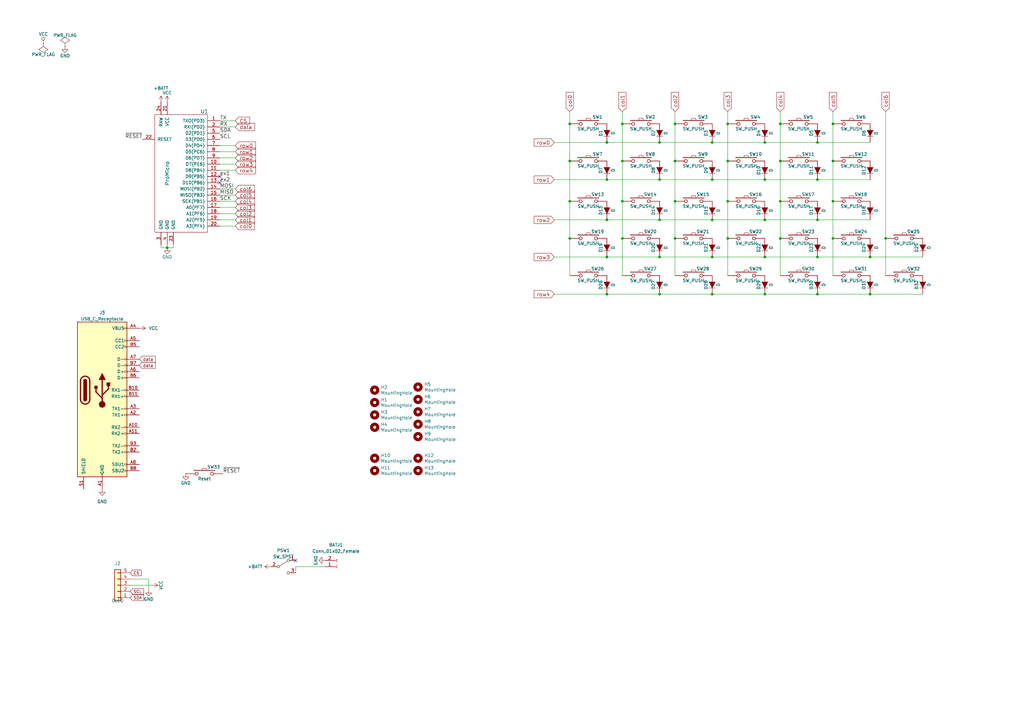
<source format=kicad_sch>
(kicad_sch (version 20230121) (generator eeschema)
  (paper "A3")
  (title_block (title "Helix HS Choc") (date "2021-12-27") (rev "v1.0") (comment 1 "Copyright © 2021 Cipulot") (comment 2 "MIT License"))
  (lib_symbols
    (symbol "Connector:Conn_01x02_Female" (pin_names (offset 1.016) hide)
      (property "Reference" "J" (at 0 2.54 0))
      (property "Value" "Conn_01x02_Female" (at 0 -5.08 0))
      (symbol "Conn_01x02_Female_1_1"
        (arc (start 0 -2.032) (mid -0.5058 -2.54) (end 0 -3.048) (stroke (width 0.1524)))
        (polyline (pts (xy -1.27 -2.54) (xy -0.508 -2.54)) (stroke (width 0.1524)))
        (polyline (pts (xy -1.27 0) (xy -0.508 0)) (stroke (width 0.1524)))
        (arc (start 0 0.508) (mid -0.5058 0) (end 0 -0.508) (stroke (width 0.1524)))
        (pin passive line (at -5.08 0 0) (length 3.81) (name "Pin_1") (number "1"))
        (pin passive line (at -5.08 -2.54 0) (length 3.81) (name "Pin_2") (number "2"))
      )
    )
    (symbol "Connector:USB_C_Receptacle" (pin_names (offset 1.016))
      (property "Reference" "J" (at -10.16 29.21 0))
      (property "Value" "USB_C_Receptacle" (at 10.16 29.21 0))
      (symbol "USB_C_Receptacle_0_0"
        (rectangle (start -0.254 -35.56) (end 0.254 -34.544))
        (rectangle (start 10.16 -32.766) (end 9.144 -33.274))
        (rectangle (start 10.16 -30.226) (end 9.144 -30.734))
        (rectangle (start 10.16 -25.146) (end 9.144 -25.654))
        (rectangle (start 10.16 -22.606) (end 9.144 -23.114))
        (rectangle (start 10.16 -17.526) (end 9.144 -18.034))
        (rectangle (start 10.16 -14.986) (end 9.144 -15.494))
        (rectangle (start 10.16 -9.906) (end 9.144 -10.414))
        (rectangle (start 10.16 -7.366) (end 9.144 -7.874))
        (rectangle (start 10.16 -2.286) (end 9.144 -2.794))
        (rectangle (start 10.16 0.254) (end 9.144 -0.254))
        (rectangle (start 10.16 5.334) (end 9.144 4.826))
        (rectangle (start 10.16 7.874) (end 9.144 7.366))
        (rectangle (start 10.16 10.414) (end 9.144 9.906))
        (rectangle (start 10.16 12.954) (end 9.144 12.446))
        (rectangle (start 10.16 18.034) (end 9.144 17.526))
        (rectangle (start 10.16 20.574) (end 9.144 20.066))
        (rectangle (start 10.16 25.654) (end 9.144 25.146))
      )
      (symbol "USB_C_Receptacle_0_1"
        (rectangle (start -10.16 27.94) (end 10.16 -35.56) (stroke (width 0.254)) (fill (type background)))
        (arc (start -8.89 -3.81) (mid -6.985 -5.7067) (end -5.08 -3.81) (stroke (width 0.508)))
        (arc (start -7.62 -3.81) (mid -6.985 -4.4423) (end -6.35 -3.81) (stroke (width 0.254)))
        (arc (start -7.62 -3.81) (mid -6.985 -4.4423) (end -6.35 -3.81) (stroke (width 0.254)) (fill (type outline)))
        (rectangle (start -7.62 -3.81) (end -6.35 3.81) (stroke (width 0.254)) (fill (type outline)))
        (arc (start -6.35 3.81) (mid -6.985 4.4423) (end -7.62 3.81) (stroke (width 0.254)))
        (arc (start -6.35 3.81) (mid -6.985 4.4423) (end -7.62 3.81) (stroke (width 0.254)) (fill (type outline)))
        (arc (start -5.08 3.81) (mid -6.985 5.7067) (end -8.89 3.81) (stroke (width 0.508)))
        (polyline (pts (xy -8.89 -3.81) (xy -8.89 3.81)) (stroke (width 0.508)))
        (polyline (pts (xy -5.08 3.81) (xy -5.08 -3.81)) (stroke (width 0.508)))
      )
      (symbol "USB_C_Receptacle_1_1"
        (circle (center -2.54 1.143) (radius 0.635) (stroke (width 0.254)) (fill (type outline)))
        (circle (center 0 -5.842) (radius 1.27) (fill (type outline)))
        (polyline (pts (xy 0 -5.842) (xy 0 4.318)) (stroke (width 0.508)))
        (polyline (pts (xy 0 -3.302) (xy -2.54 -0.762) (xy -2.54 0.508)) (stroke (width 0.508)))
        (polyline (pts (xy 0 -2.032) (xy 2.54 0.508) (xy 2.54 1.778)) (stroke (width 0.508)))
        (polyline (pts (xy -1.27 4.318) (xy 0 6.858) (xy 1.27 4.318) (xy -1.27 4.318)) (stroke (width 0.254)) (fill (type outline)))
        (rectangle (start 1.905 1.778) (end 3.175 3.048) (stroke (width 0.254)) (fill (type outline)))
        (pin passive line (at 0 -40.64 90) (length 5.08) (name "GND") (number "A1"))
        (pin bidirectional line (at 15.24 -15.24 180) (length 5.08) (name "RX2-") (number "A10"))
        (pin bidirectional line (at 15.24 -17.78 180) (length 5.08) (name "RX2+") (number "A11"))
        (pin passive line (at 0 -40.64 90) (length 5.08) hide (name "GND") (number "A12"))
        (pin bidirectional line (at 15.24 -10.16 180) (length 5.08) (name "TX1+") (number "A2"))
        (pin bidirectional line (at 15.24 -7.62 180) (length 5.08) (name "TX1-") (number "A3"))
        (pin passive line (at 15.24 25.4 180) (length 5.08) (name "VBUS") (number "A4"))
        (pin bidirectional line (at 15.24 20.32 180) (length 5.08) (name "CC1") (number "A5"))
        (pin bidirectional line (at 15.24 7.62 180) (length 5.08) (name "D+") (number "A6"))
        (pin bidirectional line (at 15.24 12.7 180) (length 5.08) (name "D-") (number "A7"))
        (pin bidirectional line (at 15.24 -30.48 180) (length 5.08) (name "SBU1") (number "A8"))
        (pin passive line (at 15.24 25.4 180) (length 5.08) hide (name "VBUS") (number "A9"))
        (pin passive line (at 0 -40.64 90) (length 5.08) hide (name "GND") (number "B1"))
        (pin bidirectional line (at 15.24 0 180) (length 5.08) (name "RX1-") (number "B10"))
        (pin bidirectional line (at 15.24 -2.54 180) (length 5.08) (name "RX1+") (number "B11"))
        (pin passive line (at 0 -40.64 90) (length 5.08) hide (name "GND") (number "B12"))
        (pin bidirectional line (at 15.24 -25.4 180) (length 5.08) (name "TX2+") (number "B2"))
        (pin bidirectional line (at 15.24 -22.86 180) (length 5.08) (name "TX2-") (number "B3"))
        (pin passive line (at 15.24 25.4 180) (length 5.08) hide (name "VBUS") (number "B4"))
        (pin bidirectional line (at 15.24 17.78 180) (length 5.08) (name "CC2") (number "B5"))
        (pin bidirectional line (at 15.24 5.08 180) (length 5.08) (name "D+") (number "B6"))
        (pin bidirectional line (at 15.24 10.16 180) (length 5.08) (name "D-") (number "B7"))
        (pin bidirectional line (at 15.24 -33.02 180) (length 5.08) (name "SBU2") (number "B8"))
        (pin passive line (at 15.24 25.4 180) (length 5.08) hide (name "VBUS") (number "B9"))
        (pin passive line (at -7.62 -40.64 90) (length 5.08) (name "SHIELD") (number "S1"))
      )
    )
    (symbol "Connector_Generic:Conn_01x05" (pin_names (offset 1.016) hide)
      (property "Reference" "J" (at 0 7.62 0))
      (property "Value" "Conn_01x05" (at 0 -7.62 0))
      (symbol "Conn_01x05_1_1"
        (rectangle (start -1.27 -4.953) (end 0 -5.207) (stroke (width 0.1524)))
        (rectangle (start -1.27 -2.413) (end 0 -2.667) (stroke (width 0.1524)))
        (rectangle (start -1.27 0.127) (end 0 -0.127) (stroke (width 0.1524)))
        (rectangle (start -1.27 2.667) (end 0 2.413) (stroke (width 0.1524)))
        (rectangle (start -1.27 5.207) (end 0 4.953) (stroke (width 0.1524)))
        (rectangle (start -1.27 6.35) (end 1.27 -6.35) (stroke (width 0.254)) (fill (type background)))
        (pin passive line (at -5.08 5.08 0) (length 3.81) (name "Pin_1") (number "1"))
        (pin passive line (at -5.08 2.54 0) (length 3.81) (name "Pin_2") (number "2"))
        (pin passive line (at -5.08 0 0) (length 3.81) (name "Pin_3") (number "3"))
        (pin passive line (at -5.08 -2.54 0) (length 3.81) (name "Pin_4") (number "4"))
        (pin passive line (at -5.08 -5.08 0) (length 3.81) (name "Pin_5") (number "5"))
      )
    )
    (symbol "Mechanical:MountingHole" (pin_names (offset 1.016))
      (property "Reference" "H" (at 0 5.08 0))
      (property "Value" "Mechanical_MountingHole" (at 0 3.175 0))
      (symbol "MountingHole_0_1"
        (circle (center 0 0) (radius 1.27) (stroke (width 1.27)))
      )
    )
    (symbol "Switch:SW_SPDT" (pin_names (offset 0) hide)
      (property "Reference" "SW" (at 0 4.318 0))
      (property "Value" "SW_SPDT" (at 0 -5.08 0))
      (symbol "SW_SPDT_0_0"
        (circle (center -2.032 0) (radius 0.508))
        (circle (center 2.032 -2.54) (radius 0.508))
      )
      (symbol "SW_SPDT_0_1"
        (polyline (pts (xy -1.524 0.254) (xy 1.651 2.286)))
        (circle (center 2.032 2.54) (radius 0.508))
      )
      (symbol "SW_SPDT_1_1"
        (pin passive line (at 5.08 2.54 180) (length 2.54) (name "A") (number "1"))
        (pin passive line (at -5.08 0 0) (length 2.54) (name "B") (number "2"))
        (pin passive line (at 5.08 -2.54 180) (length 2.54) (name "C") (number "3"))
      )
    )
    (symbol "helixhschoc-rescue:D" (pin_numbers hide) (pin_names (offset 1.016) hide)
      (property "Reference" "D" (at 0 2.54 0))
      (property "Value" "D" (at 0 -2.54 0))
      (symbol "D_0_1"
        (polyline (pts (xy -1.27 1.27) (xy -1.27 -1.27)) (stroke (width 0.1524)))
        (polyline (pts (xy 1.27 1.27) (xy -1.27 0) (xy 1.27 -1.27)) (fill (type outline)))
      )
      (symbol "D_1_1"
        (pin passive line (at -3.81 0 0) (length 2.54) (name "K") (number "1"))
        (pin passive line (at 3.81 0 180) (length 2.54) (name "A") (number "2"))
      )
    )
    (symbol "helixhschoc-rescue:GND" (power) (pin_names (offset 0))
      (property "Value" "GND" (at 0 -3.81 0))
      (symbol "GND_0_1"
        (polyline (pts (xy 0 0) (xy 0 -1.27) (xy 1.27 -1.27) (xy 0 -2.54) (xy -1.27 -1.27) (xy 0 -1.27)))
      )
      (symbol "GND_1_1"
        (pin power_in line (at 0 0 270) (length 0) hide (name "GND") (number "1"))
      )
    )
    (symbol "helixhschoc-rescue:PWR_FLAG" (power) (pin_numbers hide) (pin_names (offset 0) hide)
      (property "Value" "PWR_FLAG" (at 0 4.572 0))
      (symbol "PWR_FLAG_0_0"
        (pin power_out line (at 0 0 90) (length 0) (name "pwr") (number "1"))
      )
      (symbol "PWR_FLAG_0_1"
        (polyline (pts (xy 0 0) (xy 0 1.27) (xy -1.905 2.54) (xy 0 3.81) (xy 1.905 2.54) (xy 0 1.27)))
      )
    )
    (symbol "helixhschoc-rescue:ProMicro" (pin_names (offset 1.016))
      (property "Reference" "U" (at 10.16 25.4 0))
      (property "Value" "ProMicro" (at -5.08 0 90))
      (symbol "ProMicro_0_1"
        (rectangle (start 11.43 24.13) (end -10.16 -24.13))
      )
      (symbol "ProMicro_1_1"
        (pin passive line (at 16.51 21.59 180) (length 5.08) (name "TXO(PD3)") (number "1"))
        (pin passive line (at 16.51 3.81 180) (length 5.08) (name "D7(PE6)") (number "10"))
        (pin passive line (at 16.51 1.27 180) (length 5.08) (name "D8(PB4)") (number "11"))
        (pin passive line (at 16.51 -1.27 180) (length 5.08) (name "D9(PB5)") (number "12"))
        (pin passive line (at 16.51 -3.81 180) (length 5.08) (name "D10(PB6)") (number "13"))
        (pin passive line (at 16.51 -6.35 180) (length 5.08) (name "MOSI(PB2)") (number "14"))
        (pin passive line (at 16.51 -8.89 180) (length 5.08) (name "MISO(PB3)") (number "15"))
        (pin passive line (at 16.51 -11.43 180) (length 5.08) (name "SCK(PB1)") (number "16"))
        (pin passive line (at 16.51 -13.97 180) (length 5.08) (name "A0(PF7)") (number "17"))
        (pin passive line (at 16.51 -16.51 180) (length 5.08) (name "A1(PF6)") (number "18"))
        (pin passive line (at 16.51 -19.05 180) (length 5.08) (name "A2(PF5)") (number "19"))
        (pin passive line (at 16.51 19.05 180) (length 5.08) (name "RXI(PD2)") (number "2"))
        (pin passive line (at 16.51 -21.59 180) (length 5.08) (name "A3(PF4)") (number "20"))
        (pin passive line (at -5.08 29.21 270) (length 5.08) (name "VCC") (number "21"))
        (pin passive line (at -15.24 13.97 0) (length 5.08) (name "RESET") (number "22"))
        (pin passive line (at -2.54 -29.21 90) (length 5.08) (name "GND") (number "23"))
        (pin passive line (at -7.62 29.21 270) (length 5.08) (name "RAW") (number "24"))
        (pin passive line (at -7.62 -29.21 90) (length 5.08) (name "GND") (number "3"))
        (pin passive line (at -5.08 -29.21 90) (length 5.08) (name "GND") (number "4"))
        (pin passive line (at 16.51 16.51 180) (length 5.08) (name "D2(PD1)") (number "5"))
        (pin passive line (at 16.51 13.97 180) (length 5.08) (name "D3(PD0)") (number "6"))
        (pin passive line (at 16.51 11.43 180) (length 5.08) (name "D4(PD4)") (number "7"))
        (pin passive line (at 16.51 8.89 180) (length 5.08) (name "D5(PC6)") (number "8"))
        (pin passive line (at 16.51 6.35 180) (length 5.08) (name "D6(PD7)") (number "9"))
      )
    )
    (symbol "helixhschoc-rescue:SW_PUSH" (pin_numbers hide) (pin_names (offset 1.016) hide)
      (property "Reference" "SW" (at 3.81 2.794 0))
      (property "Value" "SW_PUSH" (at 0 -2.032 0))
      (symbol "SW_PUSH_0_1"
        (rectangle (start -4.318 1.27) (end 4.318 1.524))
        (polyline (pts (xy -1.016 1.524) (xy -0.762 2.286) (xy 0.762 2.286) (xy 1.016 1.524)))
        (pin passive inverted (at -7.62 0 0) (length 5.08) (name "1") (number "1"))
        (pin passive inverted (at 7.62 0 180) (length 5.08) (name "2") (number "2"))
      )
    )
    (symbol "helixhschoc-rescue:VCC" (power) (pin_names (offset 0))
      (property "Value" "VCC" (at 0 3.81 0))
      (symbol "VCC_0_1"
        (polyline (pts (xy 0 0) (xy 0 1.27)))
        (circle (center 0 1.905) (radius 0.635))
      )
      (symbol "VCC_1_1"
        (pin power_in line (at 0 0 90) (length 0) hide (name "VCC") (number "1"))
      )
    )
    (symbol "power:+BATT" (power) (pin_names (offset 0))
      (property "Value" "+BATT" (at 0 3.556 0))
      (symbol "+BATT_0_1"
        (polyline (pts (xy -0.762 1.27) (xy 0 2.54)))
        (polyline (pts (xy 0 0) (xy 0 2.54)))
        (polyline (pts (xy 0 2.54) (xy 0.762 1.27)))
      )
      (symbol "+BATT_1_1"
        (pin power_in line (at 0 0 90) (length 0) hide (name "+BATT") (number "1"))
      )
    )
    (symbol "power:GND" (power) (pin_names (offset 0))
      (property "Value" "GND" (at 0 -3.81 0))
      (symbol "GND_0_1"
        (polyline (pts (xy 0 0) (xy 0 -1.27) (xy 1.27 -1.27) (xy 0 -2.54) (xy -1.27 -1.27) (xy 0 -1.27)))
      )
      (symbol "GND_1_1"
        (pin power_in line (at 0 0 270) (length 0) hide (name "GND") (number "1"))
      )
    )
    (symbol "power:VCC" (power) (pin_names (offset 0))
      (property "Value" "power_VCC" (at 0 3.81 0))
      (symbol "VCC_0_1"
        (polyline (pts (xy -0.762 1.27) (xy 0 2.54)))
        (polyline (pts (xy 0 0) (xy 0 2.54)))
        (polyline (pts (xy 0 2.54) (xy 0.762 1.27)))
      )
      (symbol "VCC_1_1"
        (pin power_in line (at 0 0 90) (length 0) hide (name "VCC") (number "1"))
      )
    )
  )
  (junction (at 341.63 66.04))
  (junction (at 276.86 97.79))
  (junction (at 270.51 58.42))
  (junction (at 363.22 97.79))
  (junction (at 298.45 97.79))
  (junction (at 335.28 58.42))
  (junction (at 255.27 82.55))
  (junction (at 356.87 120.65))
  (junction (at 248.92 58.42))
  (junction (at 276.86 82.55))
  (junction (at 335.28 120.65))
  (junction (at 248.92 120.65))
  (junction (at 270.51 120.65))
  (junction (at 320.04 50.8))
  (junction (at 270.51 73.66))
  (junction (at 255.27 66.04))
  (junction (at 233.68 97.79))
  (junction (at 298.45 82.55))
  (junction (at 276.86 50.8))
  (junction (at 255.27 50.8))
  (junction (at 335.28 90.17))
  (junction (at 313.69 120.65))
  (junction (at 292.1 105.41))
  (junction (at 313.69 58.42))
  (junction (at 313.69 73.66))
  (junction (at 248.92 73.66))
  (junction (at 356.87 105.41))
  (junction (at 270.51 90.17))
  (junction (at 298.45 66.04))
  (junction (at 248.92 90.17))
  (junction (at 248.92 105.41))
  (junction (at 276.86 66.04))
  (junction (at 270.51 105.41))
  (junction (at 341.63 50.8))
  (junction (at 298.45 50.8))
  (junction (at 320.04 82.55))
  (junction (at 335.28 73.66))
  (junction (at 335.28 105.41))
  (junction (at 233.68 50.8))
  (junction (at 320.04 97.79))
  (junction (at 341.63 82.55))
  (junction (at 233.68 66.04))
  (junction (at 255.27 97.79))
  (junction (at 341.63 97.79))
  (junction (at 233.68 82.55))
  (junction (at 292.1 120.65))
  (junction (at 68.58 101.6))
  (junction (at 313.69 90.17))
  (junction (at 292.1 58.42))
  (junction (at 292.1 73.66))
  (junction (at 320.04 66.04))
  (junction (at 313.69 105.41))
  (junction (at 292.1 90.17))
  (no_connect (at 121.285 229.87))
  (no_connect (at 90.17 74.93))
  (no_connect (at 90.17 72.39))
  (wire (pts (xy 248.92 90.17) (xy 270.51 90.17)))
  (wire (pts (xy 363.22 97.79) (xy 363.22 113.03)))
  (wire (pts (xy 66.04 100.33) (xy 66.04 101.6)))
  (wire (pts (xy 320.04 66.04) (xy 320.04 82.55)))
  (wire (pts (xy 276.86 45.72) (xy 276.86 50.8)))
  (wire (pts (xy 335.28 120.65) (xy 356.87 120.65)))
  (wire (pts (xy 363.22 45.72) (xy 363.22 97.79)))
  (wire (pts (xy 298.45 45.72) (xy 298.45 50.8)))
  (wire (pts (xy 320.04 50.8) (xy 320.04 66.04)))
  (wire (pts (xy 341.63 97.79) (xy 341.63 113.03)))
  (wire (pts (xy 121.285 232.41) (xy 121.285 234.95)))
  (wire (pts (xy 227.33 90.17) (xy 248.92 90.17)))
  (wire (pts (xy 341.63 50.8) (xy 341.63 66.04)))
  (wire (pts (xy 276.86 66.04) (xy 276.86 82.55)))
  (wire (pts (xy 233.68 82.55) (xy 233.68 97.79)))
  (wire (pts (xy 90.17 67.31) (xy 96.52 67.31)))
  (wire (pts (xy 227.33 105.41) (xy 248.92 105.41)))
  (wire (pts (xy 320.04 45.72) (xy 320.04 50.8)))
  (wire (pts (xy 270.51 58.42) (xy 292.1 58.42)))
  (wire (pts (xy 233.68 66.04) (xy 233.68 82.55)))
  (wire (pts (xy 298.45 82.55) (xy 298.45 97.79)))
  (wire (pts (xy 255.27 45.72) (xy 255.27 50.8)))
  (wire (pts (xy 292.1 120.65) (xy 313.69 120.65)))
  (wire (pts (xy 298.45 66.04) (xy 298.45 82.55)))
  (wire (pts (xy 270.51 73.66) (xy 292.1 73.66)))
  (wire (pts (xy 60.96 237.49) (xy 53.34 237.49)))
  (wire (pts (xy 90.17 92.71) (xy 96.52 92.71)))
  (wire (pts (xy 270.51 90.17) (xy 292.1 90.17)))
  (wire (pts (xy 320.04 97.79) (xy 320.04 113.03)))
  (wire (pts (xy 96.52 62.23) (xy 90.17 62.23)))
  (wire (pts (xy 292.1 58.42) (xy 313.69 58.42)))
  (wire (pts (xy 248.92 58.42) (xy 270.51 58.42)))
  (wire (pts (xy 90.17 85.09) (xy 96.52 85.09)))
  (wire (pts (xy 68.58 100.33) (xy 68.58 101.6)))
  (wire (pts (xy 90.17 49.53) (xy 96.52 49.53)))
  (wire (pts (xy 233.68 97.79) (xy 233.68 113.03)))
  (wire (pts (xy 356.87 120.65) (xy 378.46 120.65)))
  (wire (pts (xy 313.69 73.66) (xy 335.28 73.66)))
  (wire (pts (xy 71.12 101.6) (xy 71.12 100.33)))
  (wire (pts (xy 121.285 232.41) (xy 133.35 232.41)))
  (wire (pts (xy 313.69 105.41) (xy 335.28 105.41)))
  (wire (pts (xy 227.33 73.66) (xy 248.92 73.66)))
  (wire (pts (xy 66.04 101.6) (xy 68.58 101.6)))
  (wire (pts (xy 90.17 59.69) (xy 96.52 59.69)))
  (wire (pts (xy 298.45 97.79) (xy 298.45 113.03)))
  (wire (pts (xy 298.45 50.8) (xy 298.45 66.04)))
  (wire (pts (xy 53.34 240.03) (xy 62.23 240.03)))
  (wire (pts (xy 90.17 52.07) (xy 96.52 52.07)))
  (wire (pts (xy 320.04 82.55) (xy 320.04 97.79)))
  (wire (pts (xy 270.51 105.41) (xy 292.1 105.41)))
  (wire (pts (xy 90.17 90.17) (xy 96.52 90.17)))
  (wire (pts (xy 255.27 97.79) (xy 255.27 113.03)))
  (wire (pts (xy 341.63 82.55) (xy 341.63 97.79)))
  (wire (pts (xy 313.69 58.42) (xy 335.28 58.42)))
  (wire (pts (xy 356.87 105.41) (xy 378.46 105.41)))
  (wire (pts (xy 335.28 73.66) (xy 356.87 73.66)))
  (wire (pts (xy 276.86 97.79) (xy 276.86 113.03)))
  (wire (pts (xy 313.69 120.65) (xy 335.28 120.65)))
  (wire (pts (xy 248.92 73.66) (xy 270.51 73.66)))
  (wire (pts (xy 248.92 120.65) (xy 270.51 120.65)))
  (wire (pts (xy 292.1 73.66) (xy 313.69 73.66)))
  (wire (pts (xy 90.17 80.01) (xy 96.52 80.01)))
  (wire (pts (xy 292.1 105.41) (xy 313.69 105.41)))
  (wire (pts (xy 248.92 105.41) (xy 270.51 105.41)))
  (wire (pts (xy 292.1 90.17) (xy 313.69 90.17)))
  (wire (pts (xy 335.28 105.41) (xy 356.87 105.41)))
  (wire (pts (xy 90.17 87.63) (xy 96.52 87.63)))
  (wire (pts (xy 233.68 45.72) (xy 233.68 50.8)))
  (wire (pts (xy 276.86 50.8) (xy 276.86 66.04)))
  (wire (pts (xy 255.27 66.04) (xy 255.27 82.55)))
  (wire (pts (xy 276.86 82.55) (xy 276.86 97.79)))
  (wire (pts (xy 90.17 64.77) (xy 96.52 64.77)))
  (wire (pts (xy 341.63 66.04) (xy 341.63 82.55)))
  (wire (pts (xy 90.17 82.55) (xy 96.52 82.55)))
  (wire (pts (xy 255.27 82.55) (xy 255.27 97.79)))
  (wire (pts (xy 255.27 50.8) (xy 255.27 66.04)))
  (wire (pts (xy 335.28 90.17) (xy 356.87 90.17)))
  (wire (pts (xy 233.68 50.8) (xy 233.68 66.04)))
  (wire (pts (xy 60.96 241.935) (xy 60.96 237.49)))
  (wire (pts (xy 90.17 77.47) (xy 96.52 77.47)))
  (wire (pts (xy 270.51 120.65) (xy 292.1 120.65)))
  (wire (pts (xy 335.28 58.42) (xy 356.87 58.42)))
  (wire (pts (xy 68.58 101.6) (xy 71.12 101.6)))
  (wire (pts (xy 90.17 69.85) (xy 96.52 69.85)))
  (wire (pts (xy 313.69 90.17) (xy 335.28 90.17)))
  (wire (pts (xy 227.33 120.65) (xy 248.92 120.65)))
  (wire (pts (xy 227.33 58.42) (xy 248.92 58.42)))
  (wire (pts (xy 341.63 45.72) (xy 341.63 50.8)))
  (label "SDA" (at 90.17 54.61 0) (effects (font (size 1.524 1.524))))
  (label "~{RESET}" (at 58.42 57.15 180) (effects (font (size 1.524 1.524))))
  (label "ex1" (at 90.17 72.39 0) (effects (font (size 1.524 1.524))))
  (label "SCL" (at 90.17 57.15 0) (effects (font (size 1.524 1.524))))
  (label "TX" (at 90.17 49.53 0) (effects (font (size 1.524 1.524))))
  (label "~{RESET}" (at 91.44 194.31 0) (effects (font (size 1.524 1.524))))
  (label "ex2" (at 90.17 74.93 0) (effects (font (size 1.524 1.524))))
  (label "MOSI" (at 90.17 77.47 0) (effects (font (size 1.524 1.524))))
  (label "SCK" (at 90.17 82.55 0) (effects (font (size 1.524 1.524))))
  (label "RX" (at 90.17 52.07 0) (effects (font (size 1.524 1.524))))
  (label "MISO" (at 90.17 80.01 0) (effects (font (size 1.524 1.524))))
  (global_label "col6" (shape input) (at 96.52 77.47 0) (effects (font (size 1.524 1.524))) (property "Intersheetrefs" "${INTERSHEET_REFS}" (effects hide)))
  (global_label "col3" (shape input) (at 298.45 45.72 90) (effects (font (size 1.524 1.524))) (property "Intersheetrefs" "${INTERSHEET_REFS}" (effects hide)))
  (global_label "col2" (shape input) (at 96.52 87.63 0) (effects (font (size 1.524 1.524))) (property "Intersheetrefs" "${INTERSHEET_REFS}" (effects hide)))
  (global_label "col4" (shape input) (at 96.52 82.55 0) (effects (font (size 1.524 1.524))) (property "Intersheetrefs" "${INTERSHEET_REFS}" (effects hide)))
  (global_label "SCL" (shape input) (at 53.34 242.57 0) (effects (font (size 1.1938 1.1938))) (property "Intersheetrefs" "${INTERSHEET_REFS}" (effects hide)))
  (global_label "row0" (shape input) (at 227.33 58.42 180) (effects (font (size 1.524 1.524))) (property "Intersheetrefs" "${INTERSHEET_REFS}" (effects hide)))
  (global_label "row3" (shape input) (at 227.33 105.41 180) (effects (font (size 1.524 1.524))) (property "Intersheetrefs" "${INTERSHEET_REFS}" (effects hide)))
  (global_label "row4" (shape input) (at 96.52 69.85 0) (effects (font (size 1.524 1.524))) (property "Intersheetrefs" "${INTERSHEET_REFS}" (effects hide)))
  (global_label "CS" (shape input) (at 96.52 49.53 0) (effects (font (size 1.524 1.524))) (property "Intersheetrefs" "${INTERSHEET_REFS}" (effects hide)))
  (global_label "col5" (shape input) (at 341.63 45.72 90) (effects (font (size 1.524 1.524))) (property "Intersheetrefs" "${INTERSHEET_REFS}" (effects hide)))
  (global_label "SDA" (shape input) (at 53.34 245.11 0) (effects (font (size 1.1938 1.1938))) (property "Intersheetrefs" "${INTERSHEET_REFS}" (effects hide)))
  (global_label "row2" (shape input) (at 227.33 90.17 180) (effects (font (size 1.524 1.524))) (property "Intersheetrefs" "${INTERSHEET_REFS}" (effects hide)))
  (global_label "col1" (shape input) (at 255.27 45.72 90) (effects (font (size 1.524 1.524))) (property "Intersheetrefs" "${INTERSHEET_REFS}" (effects hide)))
  (global_label "col4" (shape input) (at 320.04 45.72 90) (effects (font (size 1.524 1.524))) (property "Intersheetrefs" "${INTERSHEET_REFS}" (effects hide)))
  (global_label "col5" (shape input) (at 96.52 80.01 0) (effects (font (size 1.524 1.524))) (property "Intersheetrefs" "${INTERSHEET_REFS}" (effects hide)))
  (global_label "col0" (shape input) (at 233.68 45.72 90) (effects (font (size 1.524 1.524))) (property "Intersheetrefs" "${INTERSHEET_REFS}" (effects hide)))
  (global_label "row2" (shape input) (at 96.52 64.77 0) (effects (font (size 1.524 1.524))) (property "Intersheetrefs" "${INTERSHEET_REFS}" (effects hide)))
  (global_label "row3" (shape input) (at 96.52 67.31 0) (effects (font (size 1.524 1.524))) (property "Intersheetrefs" "${INTERSHEET_REFS}" (effects hide)))
  (global_label "data" (shape input) (at 57.15 149.86 0) (property "Intersheetrefs" "${INTERSHEET_REFS}" (effects hide)))
  (global_label "col2" (shape input) (at 276.86 45.72 90) (effects (font (size 1.524 1.524))) (property "Intersheetrefs" "${INTERSHEET_REFS}" (effects hide)))
  (global_label "col1" (shape input) (at 96.52 90.17 0) (effects (font (size 1.524 1.524))) (property "Intersheetrefs" "${INTERSHEET_REFS}" (effects hide)))
  (global_label "row4" (shape input) (at 227.33 120.65 180) (effects (font (size 1.524 1.524))) (property "Intersheetrefs" "${INTERSHEET_REFS}" (effects hide)))
  (global_label "row0" (shape input) (at 96.52 59.69 0) (effects (font (size 1.524 1.524))) (property "Intersheetrefs" "${INTERSHEET_REFS}" (effects hide)))
  (global_label "data" (shape input) (at 57.15 147.32 0) (property "Intersheetrefs" "${INTERSHEET_REFS}" (effects hide)))
  (global_label "CS" (shape input) (at 53.34 234.95 0) (effects (font (size 1.1938 1.1938))) (property "Intersheetrefs" "${INTERSHEET_REFS}" (effects hide)))
  (global_label "data" (shape input) (at 96.52 52.07 0) (effects (font (size 1.524 1.524))) (property "Intersheetrefs" "${INTERSHEET_REFS}" (effects hide)))
  (global_label "col3" (shape input) (at 96.52 85.09 0) (effects (font (size 1.524 1.524))) (property "Intersheetrefs" "${INTERSHEET_REFS}" (effects hide)))
  (global_label "col6" (shape input) (at 363.22 45.72 90) (effects (font (size 1.524 1.524))) (property "Intersheetrefs" "${INTERSHEET_REFS}" (effects hide)))
  (global_label "col0" (shape input) (at 96.52 92.71 0) (effects (font (size 1.524 1.524))) (property "Intersheetrefs" "${INTERSHEET_REFS}" (effects hide)))
  (global_label "row1" (shape input) (at 96.52 62.23 0) (effects (font (size 1.524 1.524))) (property "Intersheetrefs" "${INTERSHEET_REFS}" (effects hide)))
  (global_label "row1" (shape input) (at 227.33 73.66 180) (effects (font (size 1.524 1.524))) (property "Intersheetrefs" "${INTERSHEET_REFS}" (effects hide)))
  (symbol (lib_id "helixhschoc-rescue:ProMicro") (at 73.66 71.12 0) (unit 1)
    (property "Reference" "U1" (at 83.82 45.72 0) (effects (font (size 1.524 1.524))))
    (property "Value" "ProMicro" (at 68.58 71.12 90) (effects (font (size 1.524 1.524))))
    (property "Footprint" "kbd:ProMicro_v3" (effects hide))
  )
  (symbol (lib_id "helixhschoc-rescue:SW_PUSH") (at 241.3 50.8 0) (unit 1)
    (property "Reference" "SW1" (at 245.11 48.006 0))
    (property "Value" "SW_PUSH" (at 241.3 52.832 0))
    (property "Footprint" "kbd:CherryMX_Hotswap" (effects hide))
  )
  (symbol (lib_id "helixhschoc-rescue:D") (at 248.92 54.61 90) (unit 1)
    (property "Reference" "D1" (at 246.38 54.61 0))
    (property "Value" "D" (at 251.46 54.61 0))
    (property "Footprint" "kbd:D3_SMD_v2" (effects hide))
  )
  (symbol (lib_id "helixhschoc-rescue:SW_PUSH") (at 262.89 50.8 0) (unit 1)
    (property "Reference" "SW2" (at 266.7 48.006 0))
    (property "Value" "SW_PUSH" (at 262.89 52.832 0))
    (property "Footprint" "kbd:CherryMX_Hotswap" (effects hide))
  )
  (symbol (lib_id "helixhschoc-rescue:D") (at 270.51 54.61 90) (unit 1)
    (property "Reference" "D2" (at 267.97 54.61 0))
    (property "Value" "D" (at 273.05 54.61 0))
    (property "Footprint" "kbd:D3_SMD_v2" (effects hide))
  )
  (symbol (lib_id "helixhschoc-rescue:SW_PUSH") (at 284.48 50.8 0) (unit 1)
    (property "Reference" "SW3" (at 288.29 48.006 0))
    (property "Value" "SW_PUSH" (at 284.48 52.832 0))
    (property "Footprint" "kbd:CherryMX_Hotswap" (effects hide))
  )
  (symbol (lib_id "helixhschoc-rescue:D") (at 292.1 54.61 90) (unit 1)
    (property "Reference" "D3" (at 289.56 54.61 0))
    (property "Value" "D" (at 294.64 54.61 0))
    (property "Footprint" "kbd:D3_SMD_v2" (effects hide))
  )
  (symbol (lib_id "helixhschoc-rescue:SW_PUSH") (at 306.07 50.8 0) (unit 1)
    (property "Reference" "SW4" (at 309.88 48.006 0))
    (property "Value" "SW_PUSH" (at 306.07 52.832 0))
    (property "Footprint" "kbd:CherryMX_Hotswap" (effects hide))
  )
  (symbol (lib_id "helixhschoc-rescue:D") (at 313.69 54.61 90) (unit 1)
    (property "Reference" "D4" (at 311.15 54.61 0))
    (property "Value" "D" (at 316.23 54.61 0))
    (property "Footprint" "kbd:D3_SMD_v2" (effects hide))
  )
  (symbol (lib_id "helixhschoc-rescue:SW_PUSH") (at 327.66 50.8 0) (unit 1)
    (property "Reference" "SW5" (at 331.47 48.006 0))
    (property "Value" "SW_PUSH" (at 327.66 52.832 0))
    (property "Footprint" "kbd:CherryMX_Hotswap" (effects hide))
  )
  (symbol (lib_id "helixhschoc-rescue:D") (at 335.28 54.61 90) (unit 1)
    (property "Reference" "D5" (at 332.74 54.61 0))
    (property "Value" "D" (at 337.82 54.61 0))
    (property "Footprint" "kbd:D3_SMD_v2" (effects hide))
  )
  (symbol (lib_id "helixhschoc-rescue:SW_PUSH") (at 349.25 50.8 0) (unit 1)
    (property "Reference" "SW6" (at 353.06 48.006 0))
    (property "Value" "SW_PUSH" (at 349.25 52.832 0))
    (property "Footprint" "kbd:CherryMX_Hotswap" (effects hide))
  )
  (symbol (lib_id "helixhschoc-rescue:D") (at 356.87 54.61 90) (unit 1)
    (property "Reference" "D6" (at 354.33 54.61 0))
    (property "Value" "D" (at 359.41 54.61 0))
    (property "Footprint" "kbd:D3_SMD_v2" (effects hide))
  )
  (symbol (lib_id "helixhschoc-rescue:SW_PUSH") (at 241.3 66.04 0) (unit 1)
    (property "Reference" "SW7" (at 245.11 63.246 0))
    (property "Value" "SW_PUSH" (at 241.3 68.072 0))
    (property "Footprint" "kbd:CherryMX_Hotswap" (effects hide))
  )
  (symbol (lib_id "helixhschoc-rescue:D") (at 248.92 69.85 90) (unit 1)
    (property "Reference" "D7" (at 246.38 69.85 0))
    (property "Value" "D" (at 251.46 69.85 0))
    (property "Footprint" "kbd:D3_SMD_v2" (effects hide))
  )
  (symbol (lib_id "helixhschoc-rescue:SW_PUSH") (at 262.89 66.04 0) (unit 1)
    (property "Reference" "SW8" (at 266.7 63.246 0))
    (property "Value" "SW_PUSH" (at 262.89 68.072 0))
    (property "Footprint" "kbd:CherryMX_Hotswap" (effects hide))
  )
  (symbol (lib_id "helixhschoc-rescue:D") (at 270.51 69.85 90) (unit 1)
    (property "Reference" "D8" (at 267.97 69.85 0))
    (property "Value" "D" (at 273.05 69.85 0))
    (property "Footprint" "kbd:D3_SMD_v2" (effects hide))
  )
  (symbol (lib_id "helixhschoc-rescue:SW_PUSH") (at 284.48 66.04 0) (unit 1)
    (property "Reference" "SW9" (at 288.29 63.246 0))
    (property "Value" "SW_PUSH" (at 284.48 68.072 0))
    (property "Footprint" "kbd:CherryMX_Hotswap" (effects hide))
  )
  (symbol (lib_id "helixhschoc-rescue:D") (at 292.1 69.85 90) (unit 1)
    (property "Reference" "D9" (at 289.56 69.85 0))
    (property "Value" "D" (at 294.64 69.85 0))
    (property "Footprint" "kbd:D3_SMD_v2" (effects hide))
  )
  (symbol (lib_id "helixhschoc-rescue:SW_PUSH") (at 306.07 66.04 0) (unit 1)
    (property "Reference" "SW10" (at 309.88 63.246 0))
    (property "Value" "SW_PUSH" (at 306.07 68.072 0))
    (property "Footprint" "kbd:CherryMX_Hotswap" (effects hide))
  )
  (symbol (lib_id "helixhschoc-rescue:D") (at 313.69 69.85 90) (unit 1)
    (property "Reference" "D10" (at 311.15 69.85 0))
    (property "Value" "D" (at 316.23 69.85 0))
    (property "Footprint" "kbd:D3_SMD_v2" (effects hide))
  )
  (symbol (lib_id "helixhschoc-rescue:SW_PUSH") (at 327.66 66.04 0) (unit 1)
    (property "Reference" "SW11" (at 331.47 63.246 0))
    (property "Value" "SW_PUSH" (at 327.66 68.072 0))
    (property "Footprint" "kbd:CherryMX_Hotswap" (effects hide))
  )
  (symbol (lib_id "helixhschoc-rescue:D") (at 335.28 69.85 90) (unit 1)
    (property "Reference" "D11" (at 332.74 69.85 0))
    (property "Value" "D" (at 337.82 69.85 0))
    (property "Footprint" "kbd:D3_SMD_v2" (effects hide))
  )
  (symbol (lib_id "helixhschoc-rescue:SW_PUSH") (at 349.25 66.04 0) (unit 1)
    (property "Reference" "SW12" (at 353.06 63.246 0))
    (property "Value" "SW_PUSH" (at 349.25 68.072 0))
    (property "Footprint" "kbd:CherryMX_Hotswap" (effects hide))
  )
  (symbol (lib_id "helixhschoc-rescue:D") (at 356.87 69.85 90) (unit 1)
    (property "Reference" "D12" (at 354.33 69.85 0))
    (property "Value" "D" (at 359.41 69.85 0))
    (property "Footprint" "kbd:D3_SMD_v2" (effects hide))
  )
  (symbol (lib_id "helixhschoc-rescue:SW_PUSH") (at 241.3 82.55 0) (unit 1)
    (property "Reference" "SW13" (at 245.11 79.756 0))
    (property "Value" "SW_PUSH" (at 241.3 84.582 0))
    (property "Footprint" "kbd:CherryMX_Hotswap" (effects hide))
  )
  (symbol (lib_id "helixhschoc-rescue:D") (at 248.92 86.36 90) (unit 1)
    (property "Reference" "D13" (at 246.38 86.36 0))
    (property "Value" "D" (at 251.46 86.36 0))
    (property "Footprint" "kbd:D3_SMD_v2" (effects hide))
  )
  (symbol (lib_id "helixhschoc-rescue:SW_PUSH") (at 262.89 82.55 0) (unit 1)
    (property "Reference" "SW14" (at 266.7 79.756 0))
    (property "Value" "SW_PUSH" (at 262.89 84.582 0))
    (property "Footprint" "kbd:CherryMX_Hotswap" (effects hide))
  )
  (symbol (lib_id "helixhschoc-rescue:D") (at 270.51 86.36 90) (unit 1)
    (property "Reference" "D14" (at 267.97 86.36 0))
    (property "Value" "D" (at 273.05 86.36 0))
    (property "Footprint" "kbd:D3_SMD_v2" (effects hide))
  )
  (symbol (lib_id "helixhschoc-rescue:SW_PUSH") (at 284.48 82.55 0) (unit 1)
    (property "Reference" "SW15" (at 288.29 79.756 0))
    (property "Value" "SW_PUSH" (at 284.48 84.582 0))
    (property "Footprint" "kbd:CherryMX_Hotswap" (effects hide))
  )
  (symbol (lib_id "helixhschoc-rescue:D") (at 292.1 86.36 90) (unit 1)
    (property "Reference" "D15" (at 289.56 86.36 0))
    (property "Value" "D" (at 294.64 86.36 0))
    (property "Footprint" "kbd:D3_SMD_v2" (effects hide))
  )
  (symbol (lib_id "helixhschoc-rescue:SW_PUSH") (at 306.07 82.55 0) (unit 1)
    (property "Reference" "SW16" (at 309.88 79.756 0))
    (property "Value" "SW_PUSH" (at 306.07 84.582 0))
    (property "Footprint" "kbd:CherryMX_Hotswap" (effects hide))
  )
  (symbol (lib_id "helixhschoc-rescue:D") (at 313.69 86.36 90) (unit 1)
    (property "Reference" "D16" (at 311.15 86.36 0))
    (property "Value" "D" (at 316.23 86.36 0))
    (property "Footprint" "kbd:D3_SMD_v2" (effects hide))
  )
  (symbol (lib_id "helixhschoc-rescue:SW_PUSH") (at 327.66 82.55 0) (unit 1)
    (property "Reference" "SW17" (at 331.47 79.756 0))
    (property "Value" "SW_PUSH" (at 327.66 84.582 0))
    (property "Footprint" "kbd:CherryMX_Hotswap" (effects hide))
  )
  (symbol (lib_id "helixhschoc-rescue:D") (at 335.28 86.36 90) (unit 1)
    (property "Reference" "D17" (at 332.74 86.36 0))
    (property "Value" "D" (at 337.82 86.36 0))
    (property "Footprint" "kbd:D3_SMD_v2" (effects hide))
  )
  (symbol (lib_id "helixhschoc-rescue:SW_PUSH") (at 349.25 82.55 0) (unit 1)
    (property "Reference" "SW18" (at 353.06 79.756 0))
    (property "Value" "SW_PUSH" (at 349.25 84.582 0))
    (property "Footprint" "kbd:CherryMX_Hotswap" (effects hide))
  )
  (symbol (lib_id "helixhschoc-rescue:D") (at 356.87 86.36 90) (unit 1)
    (property "Reference" "D18" (at 354.33 86.36 0))
    (property "Value" "D" (at 359.41 86.36 0))
    (property "Footprint" "kbd:D3_SMD_v2" (effects hide))
  )
  (symbol (lib_id "helixhschoc-rescue:SW_PUSH") (at 241.3 97.79 0) (unit 1)
    (property "Reference" "SW19" (at 245.11 94.996 0))
    (property "Value" "SW_PUSH" (at 241.3 99.822 0))
    (property "Footprint" "kbd:CherryMX_Hotswap" (effects hide))
  )
  (symbol (lib_id "helixhschoc-rescue:D") (at 248.92 101.6 90) (unit 1)
    (property "Reference" "D19" (at 246.38 101.6 0))
    (property "Value" "D" (at 251.46 101.6 0))
    (property "Footprint" "kbd:D3_SMD_v2" (effects hide))
  )
  (symbol (lib_id "helixhschoc-rescue:SW_PUSH") (at 262.89 97.79 0) (unit 1)
    (property "Reference" "SW20" (at 266.7 94.996 0))
    (property "Value" "SW_PUSH" (at 262.89 99.822 0))
    (property "Footprint" "kbd:CherryMX_Hotswap" (effects hide))
  )
  (symbol (lib_id "helixhschoc-rescue:D") (at 270.51 101.6 90) (unit 1)
    (property "Reference" "D20" (at 267.97 101.6 0))
    (property "Value" "D" (at 273.05 101.6 0))
    (property "Footprint" "kbd:D3_SMD_v2" (effects hide))
  )
  (symbol (lib_id "helixhschoc-rescue:SW_PUSH") (at 284.48 97.79 0) (unit 1)
    (property "Reference" "SW21" (at 288.29 94.996 0))
    (property "Value" "SW_PUSH" (at 284.48 99.822 0))
    (property "Footprint" "kbd:CherryMX_Hotswap" (effects hide))
  )
  (symbol (lib_id "helixhschoc-rescue:D") (at 292.1 101.6 90) (unit 1)
    (property "Reference" "D21" (at 289.56 101.6 0))
    (property "Value" "D" (at 294.64 101.6 0))
    (property "Footprint" "kbd:D3_SMD_v2" (effects hide))
  )
  (symbol (lib_id "helixhschoc-rescue:SW_PUSH") (at 306.07 97.79 0) (unit 1)
    (property "Reference" "SW22" (at 309.88 94.996 0))
    (property "Value" "SW_PUSH" (at 306.07 99.822 0))
    (property "Footprint" "kbd:CherryMX_Hotswap" (effects hide))
  )
  (symbol (lib_id "helixhschoc-rescue:D") (at 313.69 101.6 90) (unit 1)
    (property "Reference" "D22" (at 311.15 101.6 0))
    (property "Value" "D" (at 316.23 101.6 0))
    (property "Footprint" "kbd:D3_SMD_v2" (effects hide))
  )
  (symbol (lib_id "helixhschoc-rescue:SW_PUSH") (at 327.66 97.79 0) (unit 1)
    (property "Reference" "SW23" (at 331.47 94.996 0))
    (property "Value" "SW_PUSH" (at 327.66 99.822 0))
    (property "Footprint" "kbd:CherryMX_Hotswap" (effects hide))
  )
  (symbol (lib_id "helixhschoc-rescue:D") (at 335.28 101.6 90) (unit 1)
    (property "Reference" "D23" (at 332.74 101.6 0))
    (property "Value" "D" (at 337.82 101.6 0))
    (property "Footprint" "kbd:D3_SMD_v2" (effects hide))
  )
  (symbol (lib_id "helixhschoc-rescue:SW_PUSH") (at 349.25 97.79 0) (unit 1)
    (property "Reference" "SW24" (at 353.06 94.996 0))
    (property "Value" "SW_PUSH" (at 349.25 99.822 0))
    (property "Footprint" "kbd:CherryMX_Hotswap" (effects hide))
  )
  (symbol (lib_id "helixhschoc-rescue:D") (at 356.87 101.6 90) (unit 1)
    (property "Reference" "D24" (at 354.33 101.6 0))
    (property "Value" "D" (at 359.41 101.6 0))
    (property "Footprint" "kbd:D3_SMD_v2" (effects hide))
  )
  (symbol (lib_id "helixhschoc-rescue:SW_PUSH") (at 83.82 194.31 0) (unit 1)
    (property "Reference" "SW33" (at 87.63 191.516 0))
    (property "Value" "Reset" (at 83.82 196.342 0))
    (property "Footprint" "Button_Switch_SMD:Panasonic_EVQPUL_EVQPUC" (effects hide))
  )
  (symbol (lib_id "helixhschoc-rescue:GND") (at 76.2 194.31 0) (unit 1)
    (property "Reference" "#PWR01" (effects hide))
    (property "Value" "GND" (at 76.2 198.12 0))
  )
  (symbol (lib_id "helixhschoc-rescue:GND") (at 68.58 101.6 0) (unit 1)
    (property "Reference" "#PWR03" (effects hide))
    (property "Value" "GND" (at 68.58 105.41 0))
  )
  (symbol (lib_id "helixhschoc-rescue:VCC") (at 17.78 17.78 0) (unit 1)
    (property "Reference" "#PWR010" (effects hide))
    (property "Value" "VCC" (at 17.78 13.97 0))
  )
  (symbol (lib_id "helixhschoc-rescue:GND") (at 26.67 19.05 0) (unit 1)
    (property "Reference" "#PWR011" (effects hide))
    (property "Value" "GND" (at 26.67 22.86 0))
  )
  (symbol (lib_id "helixhschoc-rescue:PWR_FLAG") (at 17.78 17.78 180) (unit 1)
    (property "Reference" "#FLG012" (effects hide))
    (property "Value" "PWR_FLAG" (at 17.78 22.352 0))
  )
  (symbol (lib_id "helixhschoc-rescue:PWR_FLAG") (at 26.67 19.05 0) (unit 1)
    (property "Reference" "#FLG013" (effects hide))
    (property "Value" "PWR_FLAG" (at 26.67 14.478 0))
  )
  (symbol (lib_id "helixhschoc-rescue:SW_PUSH") (at 241.3 113.03 0) (unit 1)
    (property "Reference" "SW26" (at 245.11 110.236 0))
    (property "Value" "SW_PUSH" (at 241.3 115.062 0))
    (property "Footprint" "kbd:CherryMX_Hotswap" (effects hide))
  )
  (symbol (lib_id "helixhschoc-rescue:D") (at 248.92 116.84 90) (unit 1)
    (property "Reference" "D26" (at 246.38 116.84 0))
    (property "Value" "D" (at 251.46 116.84 0))
    (property "Footprint" "kbd:D3_SMD_v2" (effects hide))
  )
  (symbol (lib_id "helixhschoc-rescue:SW_PUSH") (at 262.89 113.03 0) (unit 1)
    (property "Reference" "SW27" (at 266.7 110.236 0))
    (property "Value" "SW_PUSH" (at 262.89 115.062 0))
    (property "Footprint" "kbd:CherryMX_Hotswap" (effects hide))
  )
  (symbol (lib_id "helixhschoc-rescue:D") (at 270.51 116.84 90) (unit 1)
    (property "Reference" "D27" (at 267.97 116.84 0))
    (property "Value" "D" (at 273.05 116.84 0))
    (property "Footprint" "kbd:D3_SMD_v2" (effects hide))
  )
  (symbol (lib_id "helixhschoc-rescue:SW_PUSH") (at 284.48 113.03 0) (unit 1)
    (property "Reference" "SW28" (at 288.29 110.236 0))
    (property "Value" "SW_PUSH" (at 284.48 115.062 0))
    (property "Footprint" "kbd:CherryMX_Hotswap" (effects hide))
  )
  (symbol (lib_id "helixhschoc-rescue:D") (at 292.1 116.84 90) (unit 1)
    (property "Reference" "D28" (at 289.56 116.84 0))
    (property "Value" "D" (at 294.64 116.84 0))
    (property "Footprint" "kbd:D3_SMD_v2" (effects hide))
  )
  (symbol (lib_id "helixhschoc-rescue:SW_PUSH") (at 306.07 113.03 0) (unit 1)
    (property "Reference" "SW29" (at 309.88 110.236 0))
    (property "Value" "SW_PUSH" (at 306.07 115.062 0))
    (property "Footprint" "kbd:CherryMX_Hotswap" (effects hide))
  )
  (symbol (lib_id "helixhschoc-rescue:D") (at 313.69 116.84 90) (unit 1)
    (property "Reference" "D29" (at 311.15 116.84 0))
    (property "Value" "D" (at 316.23 116.84 0))
    (property "Footprint" "kbd:D3_SMD_v2" (effects hide))
  )
  (symbol (lib_id "helixhschoc-rescue:SW_PUSH") (at 327.66 113.03 0) (unit 1)
    (property "Reference" "SW30" (at 331.47 110.236 0))
    (property "Value" "SW_PUSH" (at 327.66 115.062 0))
    (property "Footprint" "kbd:CherryMX_Hotswap" (effects hide))
  )
  (symbol (lib_id "helixhschoc-rescue:D") (at 335.28 116.84 90) (unit 1)
    (property "Reference" "D30" (at 332.74 116.84 0))
    (property "Value" "D" (at 337.82 116.84 0))
    (property "Footprint" "kbd:D3_SMD_v2" (effects hide))
  )
  (symbol (lib_id "helixhschoc-rescue:SW_PUSH") (at 349.25 113.03 0) (unit 1)
    (property "Reference" "SW31" (at 353.06 110.236 0))
    (property "Value" "SW_PUSH" (at 349.25 115.062 0))
    (property "Footprint" "kbd:CherryMX_Hotswap" (effects hide))
  )
  (symbol (lib_id "helixhschoc-rescue:D") (at 356.87 116.84 90) (unit 1)
    (property "Reference" "D31" (at 354.33 116.84 0))
    (property "Value" "D" (at 359.41 116.84 0))
    (property "Footprint" "kbd:D3_SMD_v2" (effects hide))
  )
  (symbol (lib_id "helixhschoc-rescue:SW_PUSH") (at 370.84 97.79 0) (unit 1)
    (property "Reference" "SW25" (at 374.65 94.996 0))
    (property "Value" "SW_PUSH" (at 370.84 99.822 0))
    (property "Footprint" "kbd:CherryMX_Hotswap" (effects hide))
  )
  (symbol (lib_id "helixhschoc-rescue:SW_PUSH") (at 370.84 113.03 0) (unit 1)
    (property "Reference" "SW32" (at 374.65 110.236 0))
    (property "Value" "SW_PUSH" (at 370.84 115.062 0))
    (property "Footprint" "kbd:CherryMX_Hotswap" (effects hide))
  )
  (symbol (lib_id "helixhschoc-rescue:D") (at 378.46 101.6 90) (unit 1)
    (property "Reference" "D25" (at 375.92 101.6 0))
    (property "Value" "D" (at 381 101.6 0))
    (property "Footprint" "kbd:D3_SMD_v2" (effects hide))
  )
  (symbol (lib_id "helixhschoc-rescue:D") (at 378.46 116.84 90) (unit 1)
    (property "Reference" "D32" (at 375.92 116.84 0))
    (property "Value" "D" (at 381 116.84 0))
    (property "Footprint" "kbd:D3_SMD_v2" (effects hide))
  )
  (symbol (lib_id "Mechanical:MountingHole") (at 153.67 160.02 0) (unit 1)
    (property "Reference" "H2" (at 156.21 158.8516 0) (effects (justify left)))
    (property "Value" "MountingHole" (at 156.21 161.163 0) (effects (justify left)))
    (property "Footprint" "cipulot_parts:HOLE_M2_TH" (effects hide))
  )
  (symbol (lib_id "Mechanical:MountingHole") (at 153.67 165.1 0) (unit 1)
    (property "Reference" "H1" (at 156.21 163.9316 0) (effects (justify left)))
    (property "Value" "MountingHole" (at 156.21 166.243 0) (effects (justify left)))
    (property "Footprint" "cipulot_parts:HOLE_M2_TH" (effects hide))
  )
  (symbol (lib_id "Mechanical:MountingHole") (at 153.67 170.18 0) (unit 1)
    (property "Reference" "H3" (at 156.21 169.0116 0) (effects (justify left)))
    (property "Value" "MountingHole" (at 156.21 171.323 0) (effects (justify left)))
    (property "Footprint" "cipulot_parts:HOLE_M2_TH" (effects hide))
  )
  (symbol (lib_id "Mechanical:MountingHole") (at 153.67 175.26 0) (unit 1)
    (property "Reference" "H4" (at 156.21 174.0916 0) (effects (justify left)))
    (property "Value" "MountingHole" (at 156.21 176.403 0) (effects (justify left)))
    (property "Footprint" "cipulot_parts:HOLE_M2_TH" (effects hide))
  )
  (symbol (lib_id "Mechanical:MountingHole") (at 171.45 158.75 0) (unit 1)
    (property "Reference" "H5" (at 173.99 157.5816 0) (effects (justify left)))
    (property "Value" "MountingHole" (at 173.99 159.893 0) (effects (justify left)))
    (property "Footprint" "cipulot_parts:HOLE_M2_TH" (effects hide))
  )
  (symbol (lib_id "Mechanical:MountingHole") (at 171.45 163.83 0) (unit 1)
    (property "Reference" "H6" (at 173.99 162.6616 0) (effects (justify left)))
    (property "Value" "MountingHole" (at 173.99 164.973 0) (effects (justify left)))
    (property "Footprint" "cipulot_parts:HOLE_M2_TH" (effects hide))
  )
  (symbol (lib_id "Mechanical:MountingHole") (at 171.45 168.91 0) (unit 1)
    (property "Reference" "H7" (at 173.99 167.7416 0) (effects (justify left)))
    (property "Value" "MountingHole" (at 173.99 170.053 0) (effects (justify left)))
    (property "Footprint" "cipulot_parts:HOLE_M2_TH" (effects hide))
  )
  (symbol (lib_id "Mechanical:MountingHole") (at 171.45 173.99 0) (unit 1)
    (property "Reference" "H8" (at 173.99 172.8216 0) (effects (justify left)))
    (property "Value" "MountingHole" (at 173.99 175.133 0) (effects (justify left)))
    (property "Footprint" "cipulot_parts:HOLE_M2_TH" (effects hide))
  )
  (symbol (lib_id "Mechanical:MountingHole") (at 171.45 179.07 0) (unit 1)
    (property "Reference" "H9" (at 173.99 177.9016 0) (effects (justify left)))
    (property "Value" "MountingHole" (at 173.99 180.213 0) (effects (justify left)))
    (property "Footprint" "cipulot_parts:HOLE_M2_TH" (effects hide))
  )
  (symbol (lib_id "Mechanical:MountingHole") (at 153.67 187.96 0) (unit 1)
    (property "Reference" "H10" (at 156.21 186.7916 0) (effects (justify left)))
    (property "Value" "MountingHole" (at 156.21 189.103 0) (effects (justify left)))
    (property "Footprint" "cipulot_parts:HOLE_M2" (effects hide))
  )
  (symbol (lib_id "Mechanical:MountingHole") (at 171.45 187.96 0) (unit 1)
    (property "Reference" "H12" (at 173.99 186.7916 0) (effects (justify left)))
    (property "Value" "MountingHole" (at 173.99 189.103 0) (effects (justify left)))
    (property "Footprint" "cipulot_parts:HOLE_M2" (effects hide))
  )
  (symbol (lib_id "Mechanical:MountingHole") (at 153.67 193.04 0) (unit 1)
    (property "Reference" "H11" (at 156.21 191.8716 0) (effects (justify left)))
    (property "Value" "MountingHole" (at 156.21 194.183 0) (effects (justify left)))
    (property "Footprint" "cipulot_parts:HOLE_M2" (effects hide))
  )
  (symbol (lib_id "Mechanical:MountingHole") (at 171.45 193.04 0) (unit 1)
    (property "Reference" "H13" (at 173.99 191.8716 0) (effects (justify left)))
    (property "Value" "MountingHole" (at 173.99 194.183 0) (effects (justify left)))
    (property "Footprint" "cipulot_parts:HOLE_M2" (effects hide))
  )
  (symbol (lib_id "power:GND") (at 133.35 229.87 270) (unit 1)
    (property "Reference" "#PWR06" (effects hide))
    (property "Value" "GND" (at 129.54 229.87 0))
  )
  (symbol (lib_id "Switch:SW_SPDT") (at 116.205 232.41 0) (unit 1)
    (property "Reference" "PSW1" (at 116.205 225.7892 0))
    (property "Value" "SW_SPST" (at 116.205 228.3261 0))
    (property "Footprint" "Button_Switch_SMD:SW_SPDT_PCM12" (effects hide))
  )
  (symbol (lib_id "Connector_Generic:Conn_01x05") (at 48.26 240.03 180) (unit 1)
    (property "Reference" "J2" (at 48.26 231.14 0))
    (property "Value" "OLED" (at 48.26 246.38 0))
    (property "Footprint" "nice_view:nice_view_1side" (effects hide))
  )
  (symbol (lib_id "power:GND") (at 60.96 241.935 0) (unit 1)
    (property "Reference" "#PWR02" (effects hide))
    (property "Value" "GND" (at 60.96 245.745 0))
  )
  (symbol (lib_id "Connector:USB_C_Receptacle") (at 41.91 160.02 0) (unit 1)
    (property "Reference" "J3" (at 41.91 128.27 0))
    (property "Value" "USB_C_Receptacle" (at 41.91 130.81 0))
    (property "Footprint" "beekeeb-lib:TYPE-C-31-M-14-custom-summer" (effects hide))
    (property "Datasheet" "https://www.usb.org/sites/default/files/documents/usb_type-c.zip" (effects hide))
  )
  (symbol (lib_id "power:VCC") (at 57.15 134.62 270) (unit 1)
    (property "Reference" "#PWR012" (effects hide))
    (property "Value" "VCC" (at 60.96 134.6199 90) (effects (justify left)))
  )
  (symbol (lib_id "power:+BATT") (at 66.04 41.91 0) (unit 1)
    (property "Reference" "#PWR07" (effects hide))
    (property "Value" "+BATT" (at 66.04 36.195 0))
  )
  (symbol (lib_id "power:GND") (at 41.91 200.66 0) (unit 1)
    (property "Reference" "#PWR09" (effects hide))
    (property "Value" "GND" (at 41.91 205.74 0))
  )
  (symbol (lib_id "Connector:Conn_01x02_Female") (at 138.43 232.41 0) (mirror x) (unit 1)
    (property "Reference" "BATJ1" (at 137.795 223.52 0))
    (property "Value" "Conn_01x02_Female" (at 137.795 226.0569 0))
    (property "Footprint" "Connector_JST:JST_PH_S2B-PH-K_1x02_P2.00mm_Horizontal" (effects hide))
  )
  (symbol (lib_id "power:+BATT") (at 111.125 232.41 90) (unit 1)
    (property "Reference" "#PWR05" (effects hide))
    (property "Value" "+BATT" (at 101.6 232.41 90) (effects (justify right)))
  )
  (symbol (lib_id "power:VCC") (at 62.23 240.03 270) (unit 1)
    (property "Reference" "#PWR04" (effects hide))
    (property "Value" "VCC" (at 66.04 240.03 0))
  )
  (symbol (lib_id "power:VCC") (at 68.58 41.91 0) (unit 1)
    (property "Reference" "#PWR08" (effects hide))
    (property "Value" "VCC" (at 68.58 38.1 0))
  )
)
</source>
